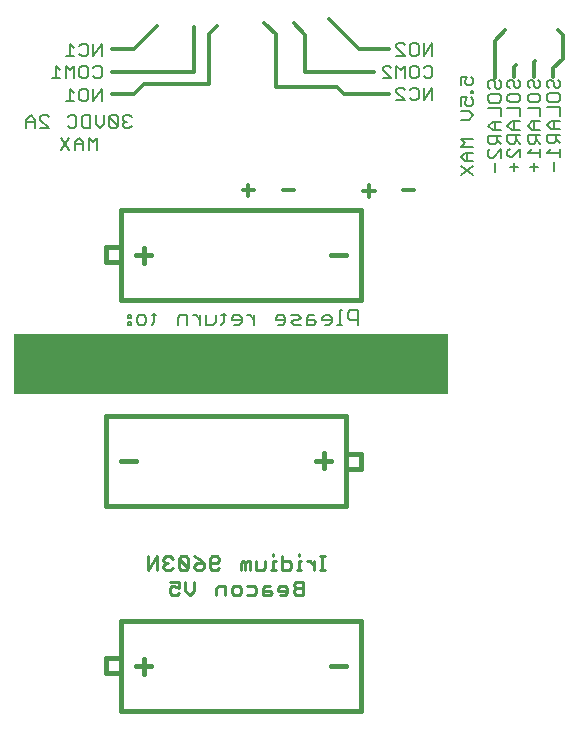
<source format=gbr>
G04 EAGLE Gerber X2 export*
%TF.Part,Single*%
%TF.FileFunction,Legend,Bot,1*%
%TF.FilePolarity,Positive*%
%TF.GenerationSoftware,Autodesk,EAGLE,9.0.0*%
%TF.CreationDate,2018-05-19T07:41:30Z*%
G75*
%MOMM*%
%FSLAX34Y34*%
%LPD*%
%AMOC8*
5,1,8,0,0,1.08239X$1,22.5*%
G01*
%ADD10C,0.254000*%
%ADD11C,0.330200*%
%ADD12C,0.304800*%
%ADD13C,0.203200*%
%ADD14R,36.830000X5.080000*%
%ADD15C,0.406400*%


D10*
X364830Y168656D02*
X360932Y168656D01*
X362881Y168656D02*
X362881Y180350D01*
X364830Y180350D02*
X360932Y180350D01*
X356098Y176452D02*
X356098Y168656D01*
X356098Y172554D02*
X352200Y176452D01*
X350251Y176452D01*
X345184Y176452D02*
X343235Y176452D01*
X343235Y168656D01*
X345184Y168656D02*
X341286Y168656D01*
X343235Y180350D02*
X343235Y182299D01*
X328656Y180350D02*
X328656Y168656D01*
X334503Y168656D01*
X336452Y170605D01*
X336452Y174503D01*
X334503Y176452D01*
X328656Y176452D01*
X323355Y176452D02*
X321406Y176452D01*
X321406Y168656D01*
X323355Y168656D02*
X319457Y168656D01*
X321406Y180350D02*
X321406Y182299D01*
X314624Y176452D02*
X314624Y170605D01*
X312675Y168656D01*
X306828Y168656D01*
X306828Y176452D01*
X301526Y176452D02*
X301526Y168656D01*
X301526Y176452D02*
X299577Y176452D01*
X297628Y174503D01*
X297628Y168656D01*
X297628Y174503D02*
X295679Y176452D01*
X293730Y174503D01*
X293730Y168656D01*
X275332Y170605D02*
X273383Y168656D01*
X269485Y168656D01*
X267536Y170605D01*
X267536Y178401D01*
X269485Y180350D01*
X273383Y180350D01*
X275332Y178401D01*
X275332Y176452D01*
X273383Y174503D01*
X267536Y174503D01*
X258337Y178401D02*
X254439Y180350D01*
X258337Y178401D02*
X262235Y174503D01*
X262235Y170605D01*
X260286Y168656D01*
X256388Y168656D01*
X254439Y170605D01*
X254439Y172554D01*
X256388Y174503D01*
X262235Y174503D01*
X249137Y170605D02*
X249137Y178401D01*
X247188Y180350D01*
X243290Y180350D01*
X241341Y178401D01*
X241341Y170605D01*
X243290Y168656D01*
X247188Y168656D01*
X249137Y170605D01*
X241341Y178401D01*
X236040Y178401D02*
X234091Y180350D01*
X230193Y180350D01*
X228244Y178401D01*
X228244Y176452D01*
X230193Y174503D01*
X232142Y174503D01*
X230193Y174503D02*
X228244Y172554D01*
X228244Y170605D01*
X230193Y168656D01*
X234091Y168656D01*
X236040Y170605D01*
X222943Y168656D02*
X222943Y180350D01*
X215147Y168656D01*
X215147Y180350D01*
X346275Y159014D02*
X346275Y147320D01*
X346275Y159014D02*
X340428Y159014D01*
X338479Y157065D01*
X338479Y155116D01*
X340428Y153167D01*
X338479Y151218D01*
X338479Y149269D01*
X340428Y147320D01*
X346275Y147320D01*
X346275Y153167D02*
X340428Y153167D01*
X331229Y147320D02*
X327331Y147320D01*
X331229Y147320D02*
X333178Y149269D01*
X333178Y153167D01*
X331229Y155116D01*
X327331Y155116D01*
X325382Y153167D01*
X325382Y151218D01*
X333178Y151218D01*
X318132Y155116D02*
X314234Y155116D01*
X312285Y153167D01*
X312285Y147320D01*
X318132Y147320D01*
X320081Y149269D01*
X318132Y151218D01*
X312285Y151218D01*
X305035Y155116D02*
X299188Y155116D01*
X305035Y155116D02*
X306983Y153167D01*
X306983Y149269D01*
X305035Y147320D01*
X299188Y147320D01*
X291937Y147320D02*
X288039Y147320D01*
X286090Y149269D01*
X286090Y153167D01*
X288039Y155116D01*
X291937Y155116D01*
X293886Y153167D01*
X293886Y149269D01*
X291937Y147320D01*
X280789Y147320D02*
X280789Y155116D01*
X274942Y155116D01*
X272993Y153167D01*
X272993Y147320D01*
X254594Y151218D02*
X254594Y159014D01*
X254594Y151218D02*
X250697Y147320D01*
X246799Y151218D01*
X246799Y159014D01*
X241497Y159014D02*
X233701Y159014D01*
X241497Y159014D02*
X241497Y153167D01*
X237599Y155116D01*
X235650Y155116D01*
X233701Y153167D01*
X233701Y149269D01*
X235650Y147320D01*
X239548Y147320D01*
X241497Y149269D01*
D11*
X431215Y490544D02*
X440875Y490544D01*
X338957Y490544D02*
X329297Y490544D01*
X304985Y490226D02*
X295325Y490226D01*
X300155Y495056D02*
X300155Y485396D01*
X397560Y489591D02*
X407220Y489591D01*
X402390Y494421D02*
X402390Y484761D01*
D12*
X393700Y609600D02*
X419100Y609600D01*
X393700Y609600D02*
X368300Y635000D01*
X348298Y590233D02*
X406718Y590233D01*
X348298Y590233D02*
X348298Y621983D01*
X338773Y631508D01*
X381318Y571500D02*
X419100Y571500D01*
X381318Y571500D02*
X374968Y577850D01*
X323215Y577850D01*
X323215Y622300D01*
X313373Y632143D01*
X203200Y609600D02*
X184468Y609600D01*
X203200Y609600D02*
X222885Y629285D01*
X254318Y590550D02*
X184468Y590550D01*
X254318Y590550D02*
X254318Y628333D01*
X203200Y571500D02*
X184785Y571500D01*
X203200Y571500D02*
X211773Y580073D01*
X266700Y580073D01*
X266700Y622300D01*
X273685Y629285D01*
D13*
X392684Y388503D02*
X392684Y376301D01*
X392684Y388503D02*
X386583Y388503D01*
X384549Y386470D01*
X384549Y382402D01*
X386583Y380368D01*
X392684Y380368D01*
X379587Y388503D02*
X377553Y388503D01*
X377553Y376301D01*
X379587Y376301D02*
X375519Y376301D01*
X368822Y376301D02*
X364754Y376301D01*
X368822Y376301D02*
X370855Y378335D01*
X370855Y382402D01*
X368822Y384436D01*
X364754Y384436D01*
X362720Y382402D01*
X362720Y380368D01*
X370855Y380368D01*
X355724Y384436D02*
X351657Y384436D01*
X349623Y382402D01*
X349623Y376301D01*
X355724Y376301D01*
X357758Y378335D01*
X355724Y380368D01*
X349623Y380368D01*
X344661Y376301D02*
X338560Y376301D01*
X336526Y378335D01*
X338560Y380368D01*
X342627Y380368D01*
X344661Y382402D01*
X342627Y384436D01*
X336526Y384436D01*
X329530Y376301D02*
X325462Y376301D01*
X329530Y376301D02*
X331564Y378335D01*
X331564Y382402D01*
X329530Y384436D01*
X325462Y384436D01*
X323429Y382402D01*
X323429Y380368D01*
X331564Y380368D01*
X305369Y376301D02*
X305369Y384436D01*
X301302Y384436D02*
X305369Y380368D01*
X301302Y384436D02*
X299268Y384436D01*
X292421Y376301D02*
X288353Y376301D01*
X292421Y376301D02*
X294455Y378335D01*
X294455Y382402D01*
X292421Y384436D01*
X288353Y384436D01*
X286320Y382402D01*
X286320Y380368D01*
X294455Y380368D01*
X279324Y378335D02*
X279324Y386470D01*
X279324Y378335D02*
X277290Y376301D01*
X277290Y384436D02*
X281357Y384436D01*
X272626Y384436D02*
X272626Y378335D01*
X270592Y376301D01*
X264491Y376301D01*
X264491Y384436D01*
X259529Y384436D02*
X259529Y376301D01*
X259529Y380368D02*
X255461Y384436D01*
X253427Y384436D01*
X248614Y384436D02*
X248614Y376301D01*
X248614Y384436D02*
X242513Y384436D01*
X240479Y382402D01*
X240479Y376301D01*
X220386Y378335D02*
X220386Y386470D01*
X220386Y378335D02*
X218352Y376301D01*
X218352Y384436D02*
X222420Y384436D01*
X211655Y376301D02*
X207587Y376301D01*
X205553Y378335D01*
X205553Y382402D01*
X207587Y384436D01*
X211655Y384436D01*
X213688Y382402D01*
X213688Y378335D01*
X211655Y376301D01*
X200591Y384436D02*
X198557Y384436D01*
X198557Y382402D01*
X200591Y382402D01*
X200591Y384436D01*
X200591Y378335D02*
X198557Y378335D01*
X198557Y376301D01*
X200591Y376301D01*
X200591Y378335D01*
D14*
X285750Y342900D03*
D12*
X524828Y586423D02*
X524828Y594360D01*
X527050Y596583D01*
X541973Y598488D02*
X541973Y586105D01*
X541973Y598488D02*
X543243Y599758D01*
X558483Y593725D02*
X558483Y585788D01*
X558483Y593725D02*
X566420Y601663D01*
X566420Y621348D01*
X561975Y625793D01*
X508635Y616903D02*
X508635Y585470D01*
X508635Y616903D02*
X517525Y625793D01*
D13*
X480114Y586396D02*
X480114Y579278D01*
X480114Y586396D02*
X485453Y586396D01*
X483673Y582837D01*
X483673Y581058D01*
X485453Y579278D01*
X489012Y579278D01*
X490792Y581058D01*
X490792Y584617D01*
X489012Y586396D01*
X489012Y574703D02*
X490792Y574703D01*
X489012Y574703D02*
X489012Y572923D01*
X490792Y572923D01*
X490792Y574703D01*
X480114Y568856D02*
X480114Y561737D01*
X480114Y568856D02*
X485453Y568856D01*
X483673Y565297D01*
X483673Y563517D01*
X485453Y561737D01*
X489012Y561737D01*
X490792Y563517D01*
X490792Y567076D01*
X489012Y568856D01*
X487232Y557162D02*
X480114Y557162D01*
X487232Y557162D02*
X490792Y553603D01*
X487232Y550044D01*
X480114Y550044D01*
X480114Y533774D02*
X490792Y533774D01*
X483673Y530215D02*
X480114Y533774D01*
X483673Y530215D02*
X480114Y526656D01*
X490792Y526656D01*
X490792Y522080D02*
X483673Y522080D01*
X480114Y518521D01*
X483673Y514962D01*
X490792Y514962D01*
X485453Y514962D02*
X485453Y522080D01*
X480114Y510386D02*
X490792Y503268D01*
X490792Y510386D02*
X480114Y503268D01*
X201335Y551886D02*
X199555Y553666D01*
X195996Y553666D01*
X194217Y551886D01*
X194217Y550107D01*
X195996Y548327D01*
X197776Y548327D01*
X195996Y548327D02*
X194217Y546548D01*
X194217Y544768D01*
X195996Y542989D01*
X199555Y542989D01*
X201335Y544768D01*
X189641Y544768D02*
X189641Y551886D01*
X187862Y553666D01*
X184302Y553666D01*
X182523Y551886D01*
X182523Y544768D01*
X184302Y542989D01*
X187862Y542989D01*
X189641Y544768D01*
X182523Y551886D01*
X177947Y553666D02*
X177947Y546548D01*
X174388Y542989D01*
X170829Y546548D01*
X170829Y553666D01*
X166253Y553666D02*
X166253Y542989D01*
X160915Y542989D01*
X159135Y544768D01*
X159135Y551886D01*
X160915Y553666D01*
X166253Y553666D01*
X149221Y553666D02*
X147441Y551886D01*
X149221Y553666D02*
X152780Y553666D01*
X154559Y551886D01*
X154559Y544768D01*
X152780Y542989D01*
X149221Y542989D01*
X147441Y544768D01*
X131171Y542989D02*
X124053Y542989D01*
X131171Y542989D02*
X124053Y550107D01*
X124053Y551886D01*
X125833Y553666D01*
X129392Y553666D01*
X131171Y551886D01*
X119477Y550107D02*
X119477Y542989D01*
X119477Y550107D02*
X115918Y553666D01*
X112359Y550107D01*
X112359Y542989D01*
X112359Y548327D02*
X119477Y548327D01*
X172100Y534616D02*
X172100Y523939D01*
X168541Y531057D02*
X172100Y534616D01*
X168541Y531057D02*
X164982Y534616D01*
X164982Y523939D01*
X160406Y523939D02*
X160406Y531057D01*
X156847Y534616D01*
X153288Y531057D01*
X153288Y523939D01*
X153288Y529277D02*
X160406Y529277D01*
X148712Y534616D02*
X141594Y523939D01*
X148712Y523939D02*
X141594Y534616D01*
D15*
X192405Y397193D02*
X395605Y397193D01*
X192405Y397193D02*
X192405Y429451D01*
X192405Y442151D01*
X192405Y473393D01*
X395605Y473393D01*
X395605Y397193D01*
X192405Y429451D02*
X179705Y429451D01*
X179705Y442151D01*
X192405Y442151D01*
X370205Y435293D02*
X382905Y435293D01*
X217805Y435293D02*
X205105Y435293D01*
X211455Y428943D02*
X211455Y441643D01*
X179705Y299403D02*
X382905Y299403D01*
X382905Y267145D01*
X382905Y254445D01*
X382905Y223203D01*
X179705Y223203D01*
X179705Y299403D01*
X382905Y267145D02*
X395605Y267145D01*
X395605Y254445D01*
X382905Y254445D01*
X205105Y261303D02*
X192405Y261303D01*
X357505Y261303D02*
X370205Y261303D01*
X363855Y267653D02*
X363855Y254953D01*
X395605Y49213D02*
X192405Y49213D01*
X192405Y81471D01*
X192405Y94171D01*
X192405Y125413D01*
X395605Y125413D01*
X395605Y49213D01*
X192405Y81471D02*
X179705Y81471D01*
X179705Y94171D01*
X192405Y94171D01*
X370205Y87313D02*
X382905Y87313D01*
X217805Y87313D02*
X205105Y87313D01*
X211455Y80963D02*
X211455Y93663D01*
D13*
X176022Y603758D02*
X176022Y614435D01*
X168904Y603758D01*
X168904Y614435D01*
X158989Y614435D02*
X157210Y612656D01*
X158989Y614435D02*
X162549Y614435D01*
X164328Y612656D01*
X164328Y605538D01*
X162549Y603758D01*
X158989Y603758D01*
X157210Y605538D01*
X152634Y610876D02*
X149075Y614435D01*
X149075Y603758D01*
X152634Y603758D02*
X145516Y603758D01*
X168904Y593923D02*
X170683Y595703D01*
X174243Y595703D01*
X176022Y593923D01*
X176022Y586805D01*
X174243Y585026D01*
X170683Y585026D01*
X168904Y586805D01*
X162549Y595703D02*
X158989Y595703D01*
X162549Y595703D02*
X164328Y593923D01*
X164328Y586805D01*
X162549Y585026D01*
X158989Y585026D01*
X157210Y586805D01*
X157210Y593923D01*
X158989Y595703D01*
X152634Y595703D02*
X152634Y585026D01*
X149075Y592144D02*
X152634Y595703D01*
X149075Y592144D02*
X145516Y595703D01*
X145516Y585026D01*
X140940Y592144D02*
X137381Y595703D01*
X137381Y585026D01*
X140940Y585026D02*
X133822Y585026D01*
X176022Y576335D02*
X176022Y565658D01*
X168904Y565658D02*
X176022Y576335D01*
X168904Y576335D02*
X168904Y565658D01*
X162549Y576335D02*
X158989Y576335D01*
X162549Y576335D02*
X164328Y574556D01*
X164328Y567438D01*
X162549Y565658D01*
X158989Y565658D01*
X157210Y567438D01*
X157210Y574556D01*
X158989Y576335D01*
X152634Y572776D02*
X149075Y576335D01*
X149075Y565658D01*
X152634Y565658D02*
X145516Y565658D01*
X455994Y604139D02*
X455994Y614816D01*
X448875Y604139D01*
X448875Y614816D01*
X442520Y614816D02*
X438961Y614816D01*
X442520Y614816D02*
X444300Y613037D01*
X444300Y605919D01*
X442520Y604139D01*
X438961Y604139D01*
X437181Y605919D01*
X437181Y613037D01*
X438961Y614816D01*
X432606Y604139D02*
X425488Y604139D01*
X432606Y604139D02*
X425488Y611257D01*
X425488Y613037D01*
X427267Y614816D01*
X430826Y614816D01*
X432606Y613037D01*
X450655Y595766D02*
X448875Y593987D01*
X450655Y595766D02*
X454214Y595766D01*
X455994Y593987D01*
X455994Y586869D01*
X454214Y585089D01*
X450655Y585089D01*
X448875Y586869D01*
X442520Y595766D02*
X438961Y595766D01*
X442520Y595766D02*
X444300Y593987D01*
X444300Y586869D01*
X442520Y585089D01*
X438961Y585089D01*
X437181Y586869D01*
X437181Y593987D01*
X438961Y595766D01*
X432606Y595766D02*
X432606Y585089D01*
X429047Y592207D02*
X432606Y595766D01*
X429047Y592207D02*
X425488Y595766D01*
X425488Y585089D01*
X420912Y585089D02*
X413794Y585089D01*
X420912Y585089D02*
X413794Y592207D01*
X413794Y593987D01*
X415573Y595766D01*
X419132Y595766D01*
X420912Y593987D01*
X455994Y577034D02*
X455994Y566357D01*
X448875Y566357D02*
X455994Y577034D01*
X448875Y577034D02*
X448875Y566357D01*
X438961Y577034D02*
X437181Y575254D01*
X438961Y577034D02*
X442520Y577034D01*
X444300Y575254D01*
X444300Y568136D01*
X442520Y566357D01*
X438961Y566357D01*
X437181Y568136D01*
X432606Y566357D02*
X425488Y566357D01*
X432606Y566357D02*
X425488Y573475D01*
X425488Y575254D01*
X427267Y577034D01*
X430826Y577034D01*
X432606Y575254D01*
X553266Y578671D02*
X555046Y576891D01*
X553266Y578671D02*
X553266Y582230D01*
X555046Y584010D01*
X556825Y584010D01*
X558605Y582230D01*
X558605Y578671D01*
X560384Y576891D01*
X562164Y576891D01*
X563944Y578671D01*
X563944Y582230D01*
X562164Y584010D01*
X553266Y570536D02*
X553266Y566977D01*
X553266Y570536D02*
X555046Y572316D01*
X562164Y572316D01*
X563944Y570536D01*
X563944Y566977D01*
X562164Y565197D01*
X555046Y565197D01*
X553266Y566977D01*
X553266Y560622D02*
X563944Y560622D01*
X563944Y553504D01*
X563944Y548928D02*
X556825Y548928D01*
X553266Y545369D01*
X556825Y541810D01*
X563944Y541810D01*
X558605Y541810D02*
X558605Y548928D01*
X563944Y537234D02*
X553266Y537234D01*
X553266Y531895D01*
X555046Y530116D01*
X558605Y530116D01*
X560384Y531895D01*
X560384Y537234D01*
X560384Y533675D02*
X563944Y530116D01*
X556825Y525540D02*
X553266Y521981D01*
X563944Y521981D01*
X563944Y525540D02*
X563944Y518422D01*
X558605Y513846D02*
X558605Y506728D01*
X505198Y576256D02*
X503419Y578036D01*
X503419Y581595D01*
X505198Y583375D01*
X506978Y583375D01*
X508757Y581595D01*
X508757Y578036D01*
X510537Y576256D01*
X512317Y576256D01*
X514096Y578036D01*
X514096Y581595D01*
X512317Y583375D01*
X503419Y569901D02*
X503419Y566342D01*
X503419Y569901D02*
X505198Y571681D01*
X512317Y571681D01*
X514096Y569901D01*
X514096Y566342D01*
X512317Y564562D01*
X505198Y564562D01*
X503419Y566342D01*
X503419Y559987D02*
X514096Y559987D01*
X514096Y552869D01*
X514096Y548293D02*
X506978Y548293D01*
X503419Y544734D01*
X506978Y541175D01*
X514096Y541175D01*
X508757Y541175D02*
X508757Y548293D01*
X503419Y536599D02*
X514096Y536599D01*
X503419Y536599D02*
X503419Y531260D01*
X505198Y529481D01*
X508757Y529481D01*
X510537Y531260D01*
X510537Y536599D01*
X510537Y533040D02*
X514096Y529481D01*
X514096Y524905D02*
X514096Y517787D01*
X514096Y524905D02*
X506978Y517787D01*
X505198Y517787D01*
X503419Y519566D01*
X503419Y523125D01*
X505198Y524905D01*
X508757Y513211D02*
X508757Y506093D01*
X538536Y576574D02*
X536756Y578353D01*
X536756Y581913D01*
X538536Y583692D01*
X540315Y583692D01*
X542095Y581913D01*
X542095Y578353D01*
X543874Y576574D01*
X545654Y576574D01*
X547434Y578353D01*
X547434Y581913D01*
X545654Y583692D01*
X536756Y570219D02*
X536756Y566659D01*
X536756Y570219D02*
X538536Y571998D01*
X545654Y571998D01*
X547434Y570219D01*
X547434Y566659D01*
X545654Y564880D01*
X538536Y564880D01*
X536756Y566659D01*
X536756Y560304D02*
X547434Y560304D01*
X547434Y553186D01*
X547434Y548610D02*
X540315Y548610D01*
X536756Y545051D01*
X540315Y541492D01*
X547434Y541492D01*
X542095Y541492D02*
X542095Y548610D01*
X547434Y536916D02*
X536756Y536916D01*
X536756Y531578D01*
X538536Y529798D01*
X542095Y529798D01*
X543874Y531578D01*
X543874Y536916D01*
X543874Y533357D02*
X547434Y529798D01*
X540315Y525222D02*
X536756Y521663D01*
X547434Y521663D01*
X547434Y525222D02*
X547434Y518104D01*
X542095Y513528D02*
X542095Y506410D01*
X538536Y509969D02*
X545654Y509969D01*
X521391Y576574D02*
X519611Y578353D01*
X519611Y581913D01*
X521391Y583692D01*
X523170Y583692D01*
X524950Y581913D01*
X524950Y578353D01*
X526729Y576574D01*
X528509Y576574D01*
X530289Y578353D01*
X530289Y581913D01*
X528509Y583692D01*
X519611Y570219D02*
X519611Y566659D01*
X519611Y570219D02*
X521391Y571998D01*
X528509Y571998D01*
X530289Y570219D01*
X530289Y566659D01*
X528509Y564880D01*
X521391Y564880D01*
X519611Y566659D01*
X519611Y560304D02*
X530289Y560304D01*
X530289Y553186D01*
X530289Y548610D02*
X523170Y548610D01*
X519611Y545051D01*
X523170Y541492D01*
X530289Y541492D01*
X524950Y541492D02*
X524950Y548610D01*
X530289Y536916D02*
X519611Y536916D01*
X519611Y531578D01*
X521391Y529798D01*
X524950Y529798D01*
X526729Y531578D01*
X526729Y536916D01*
X526729Y533357D02*
X530289Y529798D01*
X530289Y525222D02*
X530289Y518104D01*
X530289Y525222D02*
X523170Y518104D01*
X521391Y518104D01*
X519611Y519884D01*
X519611Y523443D01*
X521391Y525222D01*
X524950Y513528D02*
X524950Y506410D01*
X521391Y509969D02*
X528509Y509969D01*
M02*

</source>
